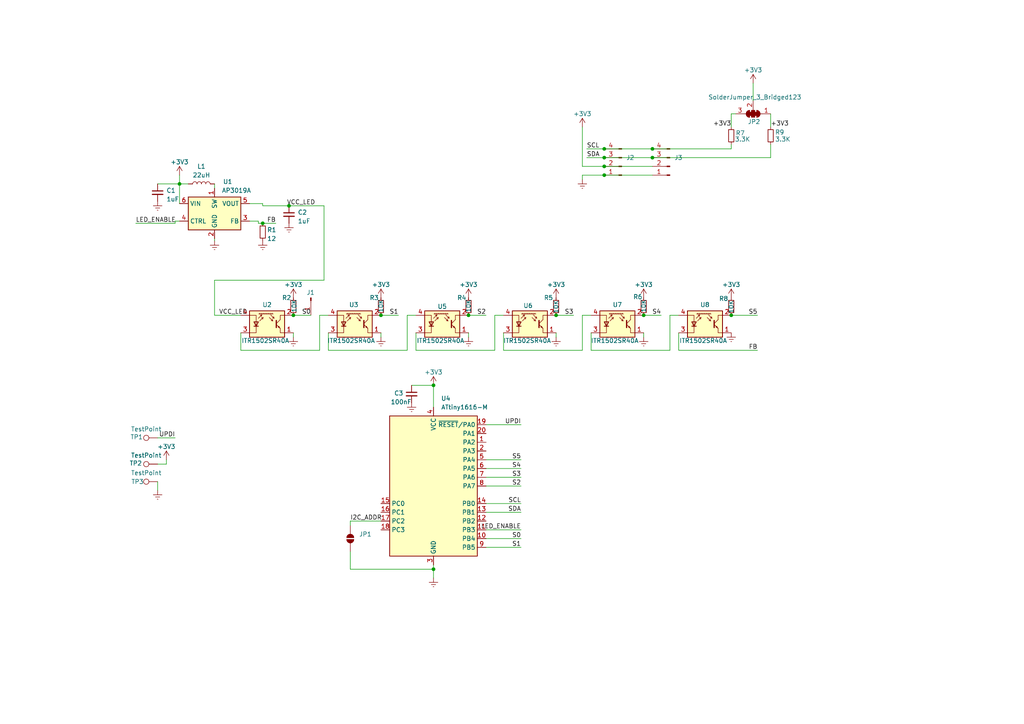
<source format=kicad_sch>
(kicad_sch (version 20231120) (generator "eeschema") (generator_version "8.0")
  (paper "A4")
  (lib_symbols
    (symbol "Connector:Conn_01x01_Pin" (pin_names (offset 1.016) hide)
      (property "Reference" "J" (at 0 2.54 0))
      (property "Value" "Conn_01x01_Pin" (at 0 -2.54 0))
      (symbol "Conn_01x01_Pin_1_1"
        (polyline (pts (xy 1.27 0) (xy 0.8636 0)) (stroke (width 0.1524)))
        (rectangle (start 0.8636 0.127) (end 0 -0.127) (stroke (width 0.1524)) (fill (type outline)))
        (pin passive line (at 5.08 0 180) (length 3.81) (name "Pin_1") (number "1"))
      )
    )
    (symbol "Connector:Conn_01x04_Pin" (pin_names (offset 1.016) hide)
      (property "Reference" "J" (at 0 5.08 0))
      (property "Value" "Conn_01x04_Pin" (at 0 -7.62 0))
      (symbol "Conn_01x04_Pin_1_1"
        (polyline (pts (xy 1.27 -5.08) (xy 0.8636 -5.08)) (stroke (width 0.1524)))
        (polyline (pts (xy 1.27 -2.54) (xy 0.8636 -2.54)) (stroke (width 0.1524)))
        (polyline (pts (xy 1.27 0) (xy 0.8636 0)) (stroke (width 0.1524)))
        (polyline (pts (xy 1.27 2.54) (xy 0.8636 2.54)) (stroke (width 0.1524)))
        (rectangle (start 0.8636 -4.953) (end 0 -5.207) (stroke (width 0.1524)) (fill (type outline)))
        (rectangle (start 0.8636 -2.413) (end 0 -2.667) (stroke (width 0.1524)) (fill (type outline)))
        (rectangle (start 0.8636 0.127) (end 0 -0.127) (stroke (width 0.1524)) (fill (type outline)))
        (rectangle (start 0.8636 2.667) (end 0 2.413) (stroke (width 0.1524)) (fill (type outline)))
        (pin passive line (at 5.08 2.54 180) (length 3.81) (name "Pin_1") (number "1"))
        (pin passive line (at 5.08 0 180) (length 3.81) (name "Pin_2") (number "2"))
        (pin passive line (at 5.08 -2.54 180) (length 3.81) (name "Pin_3") (number "3"))
        (pin passive line (at 5.08 -5.08 180) (length 3.81) (name "Pin_4") (number "4"))
      )
    )
    (symbol "Connector:TestPoint" (pin_numbers hide) (pin_names (offset 0.762) hide)
      (property "Reference" "TP" (at 0 6.858 0))
      (property "Value" "TestPoint" (at 0 5.08 0))
      (symbol "TestPoint_0_1"
        (circle (center 0 3.302) (radius 0.762))
      )
      (symbol "TestPoint_1_1"
        (pin passive line (at 0 0 90) (length 2.54) (name "1") (number "1"))
      )
    )
    (symbol "Device:C_Small" (pin_numbers hide) (pin_names (offset 0.254) hide)
      (property "Reference" "C" (at 0.254 1.778 0))
      (property "Value" "C_Small" (at 0.254 -2.032 0))
      (symbol "C_Small_0_1"
        (polyline (pts (xy -1.524 -0.508) (xy 1.524 -0.508)) (stroke (width 0.3302)))
        (polyline (pts (xy -1.524 0.508) (xy 1.524 0.508)) (stroke (width 0.3048)))
      )
      (symbol "C_Small_1_1"
        (pin passive line (at 0 2.54 270) (length 2.032) (name "~") (number "1"))
        (pin passive line (at 0 -2.54 90) (length 2.032) (name "~") (number "2"))
      )
    )
    (symbol "Device:L" (pin_numbers hide) (pin_names (offset 1.016) hide)
      (property "Reference" "L" (at -1.27 0 90))
      (property "Value" "L" (at 1.905 0 90))
      (symbol "L_0_1"
        (arc (start 0 -2.54) (mid 0.6323 -1.905) (end 0 -1.27))
        (arc (start 0 -1.27) (mid 0.6323 -0.635) (end 0 0))
        (arc (start 0 0) (mid 0.6323 0.635) (end 0 1.27))
        (arc (start 0 1.27) (mid 0.6323 1.905) (end 0 2.54))
      )
      (symbol "L_1_1"
        (pin passive line (at 0 3.81 270) (length 1.27) (name "1") (number "1"))
        (pin passive line (at 0 -3.81 90) (length 1.27) (name "2") (number "2"))
      )
    )
    (symbol "Device:R_Small" (pin_numbers hide) (pin_names (offset 0.254) hide)
      (property "Reference" "R" (at 0.762 0.508 0))
      (property "Value" "R_Small" (at 0.762 -1.016 0))
      (symbol "R_Small_0_1"
        (rectangle (start -0.762 1.778) (end 0.762 -1.778) (stroke (width 0.2032)))
      )
      (symbol "R_Small_1_1"
        (pin passive line (at 0 2.54 270) (length 0.762) (name "~") (number "1"))
        (pin passive line (at 0 -2.54 90) (length 0.762) (name "~") (number "2"))
      )
    )
    (symbol "Jumper:SolderJumper_2_Open" (pin_numbers hide) (pin_names (offset 0) hide) (exclude_from_sim yes) (in_bom no)
      (property "Reference" "JP" (at 0 2.032 0))
      (property "Value" "SolderJumper_2_Open" (at 0 -2.54 0))
      (symbol "SolderJumper_2_Open_0_1"
        (arc (start -0.254 1.016) (mid -1.2656 0) (end -0.254 -1.016))
        (arc (start -0.254 1.016) (mid -1.2656 0) (end -0.254 -1.016) (fill (type outline)))
        (polyline (pts (xy -0.254 1.016) (xy -0.254 -1.016)))
        (polyline (pts (xy 0.254 1.016) (xy 0.254 -1.016)))
        (arc (start 0.254 -1.016) (mid 1.2656 0) (end 0.254 1.016))
        (arc (start 0.254 -1.016) (mid 1.2656 0) (end 0.254 1.016) (fill (type outline)))
      )
      (symbol "SolderJumper_2_Open_1_1"
        (pin passive line (at -3.81 0 0) (length 2.54) (name "A") (number "1"))
        (pin passive line (at 3.81 0 180) (length 2.54) (name "B") (number "2"))
      )
    )
    (symbol "Jumper:SolderJumper_3_Bridged123" (pin_names (offset 0) hide) (exclude_from_sim yes) (in_bom no)
      (property "Reference" "JP" (at -2.54 -2.54 0))
      (property "Value" "SolderJumper_3_Bridged123" (at 0 2.794 0))
      (symbol "SolderJumper_3_Bridged123_0_1"
        (rectangle (start -1.016 0.508) (end -0.508 -0.508) (fill (type outline)))
        (arc (start -1.016 1.016) (mid -2.0276 0) (end -1.016 -1.016))
        (arc (start -1.016 1.016) (mid -2.0276 0) (end -1.016 -1.016) (fill (type outline)))
        (rectangle (start -0.508 1.016) (end 0.508 -1.016) (fill (type outline)))
        (polyline (pts (xy -2.54 0) (xy -2.032 0)))
        (polyline (pts (xy -1.016 1.016) (xy -1.016 -1.016)))
        (polyline (pts (xy 0 -1.27) (xy 0 -1.016)))
        (polyline (pts (xy 1.016 1.016) (xy 1.016 -1.016)))
        (polyline (pts (xy 2.54 0) (xy 2.032 0)))
        (rectangle (start 0.508 0.508) (end 1.016 -0.508) (fill (type outline)))
        (arc (start 1.016 -1.016) (mid 2.0276 0) (end 1.016 1.016))
        (arc (start 1.016 -1.016) (mid 2.0276 0) (end 1.016 1.016) (fill (type outline)))
      )
      (symbol "SolderJumper_3_Bridged123_1_1"
        (pin passive line (at -5.08 0 0) (length 2.54) (name "A") (number "1"))
        (pin passive line (at 0 -3.81 90) (length 2.54) (name "C") (number "2"))
        (pin passive line (at 5.08 0 180) (length 2.54) (name "B") (number "3"))
      )
    )
    (symbol "MCU_Microchip_ATtiny:ATtiny1616-M"
      (property "Reference" "U" (at -12.7 21.59 0))
      (property "Value" "ATtiny1616-M" (at 2.54 -21.59 0))
      (symbol "ATtiny1616-M_0_1"
        (rectangle (start -12.7 -20.32) (end 12.7 20.32) (stroke (width 0.254)) (fill (type background)))
      )
      (symbol "ATtiny1616-M_1_1"
        (pin bidirectional line (at 15.24 12.7 180) (length 2.54) (name "PA2") (number "1"))
        (pin bidirectional line (at 15.24 -15.24 180) (length 2.54) (name "PB4") (number "10"))
        (pin bidirectional line (at 15.24 -12.7 180) (length 2.54) (name "PB3") (number "11"))
        (pin bidirectional line (at 15.24 -10.16 180) (length 2.54) (name "PB2") (number "12"))
        (pin bidirectional line (at 15.24 -7.62 180) (length 2.54) (name "PB1") (number "13"))
        (pin bidirectional line (at 15.24 -5.08 180) (length 2.54) (name "PB0") (number "14"))
        (pin bidirectional line (at -15.24 -5.08 0) (length 2.54) (name "PC0") (number "15"))
        (pin bidirectional line (at -15.24 -7.62 0) (length 2.54) (name "PC1") (number "16"))
        (pin bidirectional line (at -15.24 -10.16 0) (length 2.54) (name "PC2") (number "17"))
        (pin bidirectional line (at -15.24 -12.7 0) (length 2.54) (name "PC3") (number "18"))
        (pin bidirectional line (at 15.24 17.78 180) (length 2.54) (name "~{RESET}/PA0") (number "19"))
        (pin bidirectional line (at 15.24 10.16 180) (length 2.54) (name "PA3") (number "2"))
        (pin bidirectional line (at 15.24 15.24 180) (length 2.54) (name "PA1") (number "20"))
        (pin passive line (at 0 -22.86 90) (length 2.54) hide (name "GND") (number "21"))
        (pin power_in line (at 0 -22.86 90) (length 2.54) (name "GND") (number "3"))
        (pin power_in line (at 0 22.86 270) (length 2.54) (name "VCC") (number "4"))
        (pin bidirectional line (at 15.24 7.62 180) (length 2.54) (name "PA4") (number "5"))
        (pin bidirectional line (at 15.24 5.08 180) (length 2.54) (name "PA5") (number "6"))
        (pin bidirectional line (at 15.24 2.54 180) (length 2.54) (name "PA6") (number "7"))
        (pin bidirectional line (at 15.24 0 180) (length 2.54) (name "PA7") (number "8"))
        (pin bidirectional line (at 15.24 -17.78 180) (length 2.54) (name "PB5") (number "9"))
      )
    )
    (symbol "power:+3.3V" (power) (pin_names (offset 0))
      (property "Value" "+3.3V" (at 0 3.556 0))
      (symbol "+3.3V_0_1"
        (polyline (pts (xy -0.762 1.27) (xy 0 2.54)))
        (polyline (pts (xy 0 0) (xy 0 2.54)))
        (polyline (pts (xy 0 2.54) (xy 0.762 1.27)))
      )
      (symbol "+3.3V_1_1"
        (pin power_in line (at 0 0 90) (length 0) hide (name "+3V3") (number "1"))
      )
    )
    (symbol "power:GNDREF" (power) (pin_names (offset 0))
      (property "Value" "GNDREF" (at 0 -3.81 0))
      (symbol "GNDREF_0_1"
        (polyline (pts (xy -0.635 -1.905) (xy 0.635 -1.905)))
        (polyline (pts (xy -0.127 -2.54) (xy 0.127 -2.54)))
        (polyline (pts (xy 0 -1.27) (xy 0 0)))
        (polyline (pts (xy 1.27 -1.27) (xy -1.27 -1.27)))
      )
      (symbol "GNDREF_1_1"
        (pin power_in line (at 0 0 270) (length 0) hide (name "GNDREF") (number "1"))
      )
    )
    (symbol "shurik-personal:AP3019A"
      (property "Reference" "U" (at -7.62 5.08 0))
      (property "Value" "AP3019A" (at 0 5.715 0))
      (symbol "AP3019A_0_1"
        (rectangle (start -7.62 4.445) (end 7.62 -5.08) (stroke (width 0.254)) (fill (type background)))
      )
      (symbol "AP3019A_1_1"
        (pin passive line (at 0 6.985 270) (length 2.54) (name "SW") (number "1"))
        (pin power_in line (at 0 -7.62 90) (length 2.54) (name "GND") (number "2"))
        (pin input line (at 10.16 -2.54 180) (length 2.54) (name "FB") (number "3"))
        (pin input line (at -10.16 -2.54 0) (length 2.54) (name "CTRL") (number "4"))
        (pin power_out line (at 10.16 2.54 180) (length 2.54) (name "VOUT") (number "5"))
        (pin power_in line (at -10.16 2.54 0) (length 2.54) (name "VIN") (number "6"))
      )
    )
    (symbol "shurik-personal:ITR1502SR40A" (pin_names (offset 0.0254) hide)
      (property "Reference" "U" (at -3.81 5.08 0))
      (property "Value" "ITR1502SR40A" (at 12.7 5.08 0))
      (symbol "ITR1502SR40A_0_1"
        (polyline (pts (xy -3.81 -0.635) (xy -2.54 -0.635)) (stroke (width 0.254)))
        (polyline (pts (xy -2.286 2.921) (xy -2.032 3.175)))
        (polyline (pts (xy -1.778 2.921) (xy -1.524 3.175)))
        (polyline (pts (xy -1.524 2.667) (xy -1.651 2.159)))
        (polyline (pts (xy -1.27 2.921) (xy -1.016 3.175)))
        (polyline (pts (xy -1.143 1.905) (xy -1.27 1.397)))
        (polyline (pts (xy -0.762 2.921) (xy -0.508 3.175)))
        (polyline (pts (xy -0.254 2.921) (xy 0 3.175)))
        (polyline (pts (xy 0.254 2.921) (xy 0.508 3.175)))
        (polyline (pts (xy 0.762 2.921) (xy 1.016 3.175)))
        (polyline (pts (xy 1.27 2.921) (xy 1.524 3.175)))
        (polyline (pts (xy 1.651 0.889) (xy 1.143 1.016)))
        (polyline (pts (xy 1.778 2.921) (xy -2.413 2.921)))
        (polyline (pts (xy 2.032 1.651) (xy 1.524 1.778)))
        (polyline (pts (xy 2.667 -0.127) (xy 3.81 -1.27)))
        (polyline (pts (xy 2.667 0.127) (xy 3.81 1.27)))
        (polyline (pts (xy -2.54 1.651) (xy -1.524 2.667) (xy -2.032 2.54)))
        (polyline (pts (xy -2.159 0.889) (xy -1.143 1.905) (xy -1.651 1.778)))
        (polyline (pts (xy 0.635 1.905) (xy 1.651 0.889) (xy 1.524 1.397)))
        (polyline (pts (xy 1.016 2.667) (xy 2.032 1.651) (xy 1.905 2.159)))
        (polyline (pts (xy 2.667 1.016) (xy 2.667 -1.016) (xy 2.667 -1.016)) (stroke (width 0.3556)))
        (polyline (pts (xy 3.81 -1.27) (xy 3.81 -2.54) (xy 5.08 -2.54)))
        (polyline (pts (xy 3.81 1.27) (xy 3.81 2.54) (xy 5.08 2.54)))
        (polyline (pts (xy -5.08 -2.54) (xy -3.175 -2.54) (xy -3.175 2.54) (xy -5.08 2.54)))
        (polyline (pts (xy -3.175 -0.635) (xy -3.81 0.635) (xy -2.54 0.635) (xy -3.175 -0.635)) (stroke (width 0.254)))
        (polyline (pts (xy 3.683 -1.143) (xy 3.429 -0.635) (xy 3.175 -0.889) (xy 3.683 -1.143)))
        (polyline (pts (xy -5.08 -3.81) (xy 5.08 -3.81) (xy 5.08 3.81) (xy -5.08 3.81) (xy -5.08 -3.81)) (stroke (width 0.254)) (fill (type background)))
      )
      (symbol "ITR1502SR40A_1_1"
        (pin open_emitter line (at 7.62 -2.54 180) (length 2.54) (name "~") (number "1"))
        (pin open_collector line (at 7.62 2.54 180) (length 2.54) (name "~") (number "2"))
        (pin passive line (at -7.62 -2.54 0) (length 2.54) (name "K") (number "3"))
        (pin passive line (at -7.62 2.54 0) (length 2.54) (name "A") (number "4"))
      )
    )
  )
  (junction (at 175.26 48.26))
  (junction (at 110.49 91.44))
  (junction (at 85.09 91.44))
  (junction (at 175.26 43.18))
  (junction (at 125.73 165.1))
  (junction (at 189.23 45.72))
  (junction (at 135.89 91.44))
  (junction (at 189.23 43.18))
  (junction (at 212.09 91.44))
  (junction (at 186.69 91.44))
  (junction (at 125.73 111.76))
  (junction (at 76.2 64.77) (diameter 0.9144))
  (junction (at 52.07 53.34) (diameter 0.9144))
  (junction (at 175.26 45.72))
  (junction (at 83.82 59.69) (diameter 0.9144))
  (junction (at 161.29 91.44))
  (junction (at 175.26 50.8))
  (wire (pts (xy 76.2 59.055) (xy 76.2 59.69)))
  (wire (pts (xy 52.07 59.055) (xy 52.07 53.34)))
  (wire (pts (xy 170.18 43.18) (xy 175.26 43.18)))
  (wire (pts (xy 85.09 91.44) (xy 90.17 91.44)))
  (wire (pts (xy 110.49 151.13) (xy 101.6 151.13)))
  (wire (pts (xy 135.89 91.44) (xy 140.97 91.44)))
  (wire (pts (xy 140.97 135.89) (xy 151.13 135.89)))
  (wire (pts (xy 76.2 59.69) (xy 83.82 59.69)))
  (wire (pts (xy 69.85 96.52) (xy 69.85 101.6)))
  (wire (pts (xy 110.49 96.52) (xy 110.49 97.79)))
  (wire (pts (xy 140.97 156.21) (xy 151.13 156.21)))
  (wire (pts (xy 92.71 91.44) (xy 95.25 91.44)))
  (wire (pts (xy 125.73 165.1) (xy 125.73 167.64)))
  (wire (pts (xy 186.69 91.44) (xy 191.77 91.44)))
  (wire (pts (xy 62.23 53.34) (xy 62.23 54.61)))
  (wire (pts (xy 143.51 91.44) (xy 146.05 91.44)))
  (wire (pts (xy 161.29 96.52) (xy 161.29 97.79)))
  (wire (pts (xy 168.91 101.6) (xy 168.91 91.44)))
  (wire (pts (xy 45.72 134.62) (xy 48.26 134.62)))
  (wire (pts (xy 175.26 50.8) (xy 189.23 50.8)))
  (wire (pts (xy 140.97 133.35) (xy 151.13 133.35)))
  (wire (pts (xy 140.97 148.59) (xy 151.13 148.59)))
  (wire (pts (xy 143.51 101.6) (xy 143.51 91.44)))
  (wire (pts (xy 171.45 96.52) (xy 171.45 101.6)))
  (wire (pts (xy 175.26 50.8) (xy 168.91 50.8)))
  (wire (pts (xy 189.23 43.18) (xy 212.09 43.18)))
  (wire (pts (xy 45.72 127) (xy 50.8 127)))
  (wire (pts (xy 175.26 45.72) (xy 189.23 45.72)))
  (wire (pts (xy 171.45 101.6) (xy 194.31 101.6)))
  (wire (pts (xy 110.49 91.44) (xy 115.57 91.44)))
  (wire (pts (xy 175.26 48.26) (xy 189.23 48.26)))
  (wire (pts (xy 72.39 64.135) (xy 74.93 64.135)))
  (wire (pts (xy 125.73 111.76) (xy 125.73 118.11)))
  (wire (pts (xy 83.82 59.69) (xy 93.98 59.69)))
  (wire (pts (xy 212.09 91.44) (xy 219.71 91.44)))
  (wire (pts (xy 161.29 91.44) (xy 166.37 91.44)))
  (wire (pts (xy 120.65 101.6) (xy 143.51 101.6)))
  (wire (pts (xy 168.91 36.83) (xy 168.91 48.26)))
  (wire (pts (xy 212.09 41.91) (xy 212.09 43.18)))
  (wire (pts (xy 50.8 64.135) (xy 52.07 64.135)))
  (wire (pts (xy 95.25 96.52) (xy 95.25 101.6)))
  (wire (pts (xy 101.6 160.02) (xy 101.6 165.1)))
  (wire (pts (xy 194.31 101.6) (xy 194.31 91.44)))
  (wire (pts (xy 168.91 50.8) (xy 168.91 52.07)))
  (wire (pts (xy 140.97 140.97) (xy 151.13 140.97)))
  (wire (pts (xy 168.91 91.44) (xy 171.45 91.44)))
  (wire (pts (xy 48.26 134.62) (xy 48.26 133.35)))
  (wire (pts (xy 69.85 101.6) (xy 92.71 101.6)))
  (wire (pts (xy 50.8 64.135) (xy 50.8 64.77)))
  (wire (pts (xy 52.07 53.34) (xy 54.61 53.34)))
  (wire (pts (xy 146.05 101.6) (xy 168.91 101.6)))
  (wire (pts (xy 74.93 64.135) (xy 74.93 64.77)))
  (wire (pts (xy 45.72 53.34) (xy 52.07 53.34)))
  (wire (pts (xy 135.89 97.79) (xy 135.89 96.52)))
  (wire (pts (xy 223.52 45.72) (xy 223.52 41.91)))
  (wire (pts (xy 101.6 151.13) (xy 101.6 152.4)))
  (wire (pts (xy 196.85 96.52) (xy 196.85 101.6)))
  (wire (pts (xy 140.97 153.67) (xy 151.13 153.67)))
  (wire (pts (xy 50.8 64.77) (xy 39.37 64.77)))
  (wire (pts (xy 119.38 111.76) (xy 125.73 111.76)))
  (wire (pts (xy 140.97 123.19) (xy 151.13 123.19)))
  (wire (pts (xy 170.18 45.72) (xy 175.26 45.72)))
  (wire (pts (xy 93.98 81.28) (xy 62.23 81.28)))
  (wire (pts (xy 118.11 91.44) (xy 120.65 91.44)))
  (wire (pts (xy 101.6 165.1) (xy 125.73 165.1)))
  (wire (pts (xy 140.97 158.75) (xy 151.13 158.75)))
  (wire (pts (xy 95.25 101.6) (xy 118.11 101.6)))
  (wire (pts (xy 62.23 69.215) (xy 62.23 69.85)))
  (wire (pts (xy 140.97 146.05) (xy 151.13 146.05)))
  (wire (pts (xy 92.71 101.6) (xy 92.71 91.44)))
  (wire (pts (xy 120.65 96.52) (xy 120.65 101.6)))
  (wire (pts (xy 85.09 96.52) (xy 85.09 97.79)))
  (wire (pts (xy 175.26 48.26) (xy 168.91 48.26)))
  (wire (pts (xy 52.07 50.8) (xy 52.07 53.34)))
  (wire (pts (xy 62.23 91.44) (xy 69.85 91.44)))
  (wire (pts (xy 74.93 64.77) (xy 76.2 64.77)))
  (wire (pts (xy 194.31 91.44) (xy 196.85 91.44)))
  (wire (pts (xy 76.2 64.77) (xy 80.01 64.77)))
  (wire (pts (xy 223.52 33.02) (xy 223.52 36.83)))
  (wire (pts (xy 212.09 33.02) (xy 212.09 36.83)))
  (wire (pts (xy 118.11 101.6) (xy 118.11 91.44)))
  (wire (pts (xy 125.73 163.83) (xy 125.73 165.1)))
  (wire (pts (xy 140.97 138.43) (xy 151.13 138.43)))
  (wire (pts (xy 72.39 59.055) (xy 76.2 59.055)))
  (wire (pts (xy 213.36 33.02) (xy 212.09 33.02)))
  (wire (pts (xy 196.85 101.6) (xy 219.71 101.6)))
  (wire (pts (xy 175.26 43.18) (xy 189.23 43.18)))
  (wire (pts (xy 186.69 96.52) (xy 186.69 97.79)))
  (wire (pts (xy 218.44 24.13) (xy 218.44 29.21)))
  (wire (pts (xy 93.98 59.69) (xy 93.98 81.28)))
  (wire (pts (xy 146.05 96.52) (xy 146.05 101.6)))
  (wire (pts (xy 62.23 81.28) (xy 62.23 91.44)))
  (wire (pts (xy 189.23 45.72) (xy 223.52 45.72)))
  (wire (pts (xy 45.72 139.7) (xy 45.72 142.24)))
  (label "S2" (at 140.97 91.44 180))
  (label "LED_ENABLE" (at 39.37 64.77 0))
  (label "S4" (at 191.77 91.44 180))
  (label "S1" (at 115.57 91.44 180))
  (label "S4" (at 151.13 135.89 180))
  (label "SDA" (at 170.18 45.72 0))
  (label "SDA" (at 151.13 148.59 180))
  (label "S0" (at 151.13 156.21 180))
  (label "S5" (at 219.71 91.44 180))
  (label "S5" (at 151.13 133.35 180))
  (label "UPDI" (at 50.8 127 180))
  (label "S3" (at 151.13 138.43 180))
  (label "S0" (at 90.17 91.44 180))
  (label "+3V3" (at 212.09 36.83 180))
  (label "+3V3" (at 223.52 36.83 0))
  (label "SCL" (at 170.18 43.18 0))
  (label "SCL" (at 151.13 146.05 180))
  (label "S3" (at 166.37 91.44 180))
  (label "VCC_LED" (at 63.5 91.44 0))
  (label "LED_ENABLE" (at 151.13 153.67 180))
  (label "FB" (at 80.01 64.77 180))
  (label "S2" (at 151.13 140.97 180))
  (label "S1" (at 151.13 158.75 180))
  (label "FB" (at 219.71 101.6 180))
  (label "UPDI" (at 151.13 123.19 180))
  (label "I2C_ADDR" (at 101.6 151.13 0))
  (label "VCC_LED" (at 91.44 59.69 180))
  (symbol (lib_id "Connector:Conn_01x04_Pin") (at 180.34 48.26 180) (unit 1)
    (property "Reference" "J2" (at 181.61 45.7199 0) (effects (justify right)))
    (property "Value" "Conn_01x04_Pin" (effects (hide yes)))
    (property "Footprint" "Connector_JST:JST_SH_SM04B-SRSS-TB_1x04-1MP_P1.00mm_Horizontal" (effects (hide yes)))
    (property "Description" "Generic connector, single row, 01x04, script generated" (effects (hide yes)))
    (property "LCSC" "C160404" (effects (hide yes)))
  )
  (symbol (lib_id "shurik-personal:ITR1502SR40A") (at 179.07 93.98 0) (unit 1)
    (property "Reference" "U7" (at 179.07 88.392 0))
    (property "Value" "ITR1502SR40A" (at 178.308 98.806 0))
    (property "Footprint" "shurik-personal:Everlight_ITR1502SR40A" (effects (hide yes)))
    (property "Datasheet" "https://www.everlight.com.cn/wp-content/plugins/ItemRelationship/product_files/pdf/ITR1502SR40A-TR8.pdf" (effects (hide yes)))
    (property "Description" "Reflective Optical Sensor (4mm) 4-SMD" (effects (hide yes)))
  )
  (symbol (lib_id "Device:R_Small") (at 186.69 88.9 0) (unit 1)
    (property "Reference" "R6" (at 183.642 86.106 0) (effects (justify left)))
    (property "Value" "10K" (at 186.69 90.678 90) (effects (justify left)))
    (property "Footprint" "Resistor_SMD:R_0603_1608Metric" (effects (hide yes)))
    (property "LCSC" "C25804" (effects (hide yes)))
  )
  (symbol (lib_id "Device:R_Small") (at 223.52 39.37 0) (unit 1)
    (property "Reference" "R9" (at 224.79 38.354 0) (effects (justify left)))
    (property "Value" "3.3K" (at 224.79 40.386 0) (effects (justify left)))
    (property "Footprint" "Resistor_SMD:R_0603_1608Metric" (effects (hide yes)))
  )
  (symbol (lib_id "power:+3.3V") (at 212.09 86.36 0) (unit 1)
    (property "Reference" "#PWR023" (effects (hide yes)))
    (property "Value" "+3V3" (at 212.09 82.55 0))
  )
  (symbol (lib_id "power:+3.3V") (at 85.09 86.36 0) (unit 1)
    (property "Reference" "#PWR08" (effects (hide yes)))
    (property "Value" "+3V3" (at 85.09 82.55 0))
  )
  (symbol (lib_id "power:GNDREF") (at 83.82 64.77 0) (unit 1)
    (property "Reference" "#PWR07" (effects (hide yes)))
    (property "Value" "GNDREF" (effects (hide yes)))
  )
  (symbol (lib_id "power:+3.3V") (at 135.89 86.36 0) (unit 1)
    (property "Reference" "#PWR015" (effects (hide yes)))
    (property "Value" "+3V3" (at 135.89 82.55 0))
  )
  (symbol (lib_id "power:GNDREF") (at 45.72 58.42 0) (unit 1)
    (property "Reference" "#PWR01" (effects (hide yes)))
    (property "Value" "GNDREF" (effects (hide yes)))
  )
  (symbol (lib_id "Jumper:SolderJumper_2_Open") (at 101.6 156.21 90) (unit 1) (exclude_from_sim yes) (in_bom no)
    (property "Reference" "JP1" (at 104.14 154.9399 90) (effects (justify right)))
    (property "Value" "SolderJumper_2_Open" (effects (hide yes)))
    (property "Footprint" "Jumper:SolderJumper-2_P1.3mm_Open_TrianglePad1.0x1.5mm" (effects (hide yes)))
    (property "Description" "Solder Jumper, 2-pole, open" (effects (hide yes)))
  )
  (symbol (lib_id "power:+3.3V") (at 125.73 111.76 0) (unit 1)
    (property "Reference" "#PWR013" (effects (hide yes)))
    (property "Value" "+3V3" (at 125.73 107.95 0))
  )
  (symbol (lib_id "Device:R_Small") (at 212.09 88.9 0) (unit 1)
    (property "Reference" "R8" (at 208.534 86.614 0) (effects (justify left)))
    (property "Value" "10K" (at 212.09 90.932 90) (effects (justify left)))
    (property "Footprint" "Resistor_SMD:R_0603_1608Metric" (effects (hide yes)))
    (property "LCSC" "C25804" (effects (hide yes)))
  )
  (symbol (lib_id "power:+3.3V") (at 218.44 24.13 0) (unit 1)
    (property "Reference" "#PWR025" (effects (hide yes)))
    (property "Value" "+3V3" (at 218.44 20.32 0))
  )
  (symbol (lib_id "power:+3.3V") (at 186.69 86.36 0) (unit 1)
    (property "Reference" "#PWR021" (effects (hide yes)))
    (property "Value" "+3V3" (at 186.69 82.55 0))
  )
  (symbol (lib_id "shurik-personal:ITR1502SR40A") (at 77.47 93.98 0) (unit 1)
    (property "Reference" "U2" (at 77.47 88.392 0))
    (property "Value" "ITR1502SR40A" (at 76.962 98.806 0))
    (property "Footprint" "shurik-personal:Everlight_ITR1502SR40A" (effects (hide yes)))
    (property "Datasheet" "https://www.everlight.com.cn/wp-content/plugins/ItemRelationship/product_files/pdf/ITR1502SR40A-TR8.pdf" (effects (hide yes)))
    (property "Description" "Reflective Optical Sensor (4mm) 4-SMD" (effects (hide yes)))
  )
  (symbol (lib_id "power:GNDREF") (at 125.73 167.64 0) (unit 1)
    (property "Reference" "#PWR014" (effects (hide yes)))
    (property "Value" "GNDREF" (effects (hide yes)))
  )
  (symbol (lib_id "shurik-personal:AP3019A") (at 62.23 61.595 0) (unit 1)
    (property "Reference" "U1" (at 66.04 52.705 0))
    (property "Value" "AP3019A" (at 68.58 55.245 0))
    (property "Footprint" "Package_TO_SOT_SMD:TSOT-23-6" (effects (hide yes)))
    (property "Datasheet" "https://www.diodes.com/assets/Datasheets/AP3019A.pdf" (effects (hide yes)))
    (property "LCSC" "C44956" (effects (hide yes)))
  )
  (symbol (lib_id "power:GNDREF") (at 76.2 69.85 0) (unit 1)
    (property "Reference" "#PWR06" (effects (hide yes)))
    (property "Value" "GNDREF" (effects (hide yes)))
  )
  (symbol (lib_id "power:GNDREF") (at 135.89 97.79 0) (unit 1)
    (property "Reference" "#PWR016" (effects (hide yes)))
    (property "Value" "GNDREF" (effects (hide yes)))
  )
  (symbol (lib_id "shurik-personal:ITR1502SR40A") (at 204.47 93.98 0) (unit 1)
    (property "Reference" "U8" (at 204.47 88.392 0))
    (property "Value" "ITR1502SR40A" (at 203.962 98.806 0))
    (property "Footprint" "shurik-personal:Everlight_ITR1502SR40A" (effects (hide yes)))
    (property "Datasheet" "https://www.everlight.com.cn/wp-content/plugins/ItemRelationship/product_files/pdf/ITR1502SR40A-TR8.pdf" (effects (hide yes)))
    (property "Description" "Reflective Optical Sensor (4mm) 4-SMD" (effects (hide yes)))
  )
  (symbol (lib_id "power:GNDREF") (at 62.23 69.85 0) (unit 1)
    (property "Reference" "#PWR05" (effects (hide yes)))
    (property "Value" "GNDREF" (effects (hide yes)))
  )
  (symbol (lib_id "shurik-personal:ITR1502SR40A") (at 128.27 93.98 0) (unit 1)
    (property "Reference" "U5" (at 128.27 88.9 0))
    (property "Value" "ITR1502SR40A" (at 127.762 98.806 0))
    (property "Footprint" "shurik-personal:Everlight_ITR1502SR40A" (effects (hide yes)))
    (property "Datasheet" "https://www.everlight.com.cn/wp-content/plugins/ItemRelationship/product_files/pdf/ITR1502SR40A-TR8.pdf" (effects (hide yes)))
    (property "Description" "Reflective Optical Sensor (4mm) 4-SMD" (effects (hide yes)))
  )
  (symbol (lib_id "shurik-personal:ITR1502SR40A") (at 153.67 93.98 0) (unit 1)
    (property "Reference" "U6" (at 153.162 88.646 0))
    (property "Value" "ITR1502SR40A" (at 152.908 98.806 0))
    (property "Footprint" "shurik-personal:Everlight_ITR1502SR40A" (effects (hide yes)))
    (property "Datasheet" "https://www.everlight.com.cn/wp-content/plugins/ItemRelationship/product_files/pdf/ITR1502SR40A-TR8.pdf" (effects (hide yes)))
    (property "Description" "Reflective Optical Sensor (4mm) 4-SMD" (effects (hide yes)))
  )
  (symbol (lib_id "power:+3.3V") (at 161.29 86.36 0) (unit 1)
    (property "Reference" "#PWR017" (effects (hide yes)))
    (property "Value" "+3V3" (at 161.29 82.55 0))
  )
  (symbol (lib_id "Device:C_Small") (at 83.82 62.23 0) (unit 1)
    (property "Reference" "C2" (at 86.36 61.5949 0) (effects (justify left)))
    (property "Value" "1uF" (at 86.36 64.1349 0) (effects (justify left)))
    (property "Footprint" "Capacitor_SMD:C_0603_1608Metric" (effects (hide yes)))
    (property "LCSC" "C15849" (effects (hide yes)))
  )
  (symbol (lib_id "Device:R_Small") (at 76.2 67.31 0) (unit 1)
    (property "Reference" "R1" (at 77.47 66.6749 0) (effects (justify left)))
    (property "Value" "12" (at 77.47 69.2149 0) (effects (justify left)))
    (property "Footprint" "Resistor_SMD:R_0603_1608Metric" (effects (hide yes)))
    (property "LCSC" "C245909" (effects (hide yes)))
  )
  (symbol (lib_id "MCU_Microchip_ATtiny:ATtiny1616-M") (at 125.73 140.97 0) (unit 1)
    (property "Reference" "U4" (at 127.9241 115.57 0) (effects (justify left)))
    (property "Value" "ATtiny1616-M" (at 127.9241 118.11 0) (effects (justify left)))
    (property "Footprint" "Package_DFN_QFN:VQFN-20-1EP_3x3mm_P0.4mm_EP1.7x1.7mm" (effects (hide yes)))
    (property "Datasheet" "https://ww1.microchip.com/downloads/aemDocuments/documents/MCU08/ProductDocuments/DataSheets/ATtiny1614-16-17-DataSheet-DS40002204A.pdf" (effects (hide yes)))
    (property "Description" "20MHz, 16kB Flash, 2kB SRAM, 256B EEPROM, VQFN-20" (effects (hide yes)))
  )
  (symbol (lib_id "Device:R_Small") (at 110.49 88.9 0) (unit 1)
    (property "Reference" "R3" (at 107.188 86.36 0) (effects (justify left)))
    (property "Value" "10K" (at 110.49 90.678 90) (effects (justify left)))
    (property "Footprint" "Resistor_SMD:R_0603_1608Metric" (effects (hide yes)))
    (property "LCSC" "C25804" (effects (hide yes)))
  )
  (symbol (lib_id "power:+3.3V") (at 168.91 36.83 0) (unit 1)
    (property "Reference" "#PWR019" (effects (hide yes)))
    (property "Value" "+3V3" (at 168.91 33.02 0))
  )
  (symbol (lib_id "power:GNDREF") (at 212.09 96.52 0) (unit 1)
    (property "Reference" "#PWR024" (effects (hide yes)))
    (property "Value" "GNDREF" (effects (hide yes)))
  )
  (symbol (lib_id "Connector:TestPoint") (at 45.72 127 90) (unit 1)
    (property "Reference" "TP1" (at 39.624 126.746 90))
    (property "Value" "TestPoint" (at 42.418 124.46 90))
    (property "Footprint" "TestPoint:TestPoint_Pad_D1.5mm" (effects (hide yes)))
    (property "Description" "test point" (effects (hide yes)))
  )
  (symbol (lib_id "power:+3.3V") (at 52.07 50.8 0) (unit 1)
    (property "Reference" "#PWR04" (effects (hide yes)))
    (property "Value" "+3V3" (at 52.07 46.99 0))
  )
  (symbol (lib_id "Device:R_Small") (at 85.09 88.9 0) (unit 1)
    (property "Reference" "R2" (at 81.788 86.36 0) (effects (justify left)))
    (property "Value" "10K" (at 85.344 90.678 90) (effects (justify left)))
    (property "Footprint" "Resistor_SMD:R_0603_1608Metric" (effects (hide yes)))
    (property "LCSC" "C25804" (effects (hide yes)))
  )
  (symbol (lib_id "Device:R_Small") (at 161.29 88.9 0) (unit 1)
    (property "Reference" "R5" (at 157.734 86.36 0) (effects (justify left)))
    (property "Value" "10K" (at 161.29 90.932 90) (effects (justify left)))
    (property "Footprint" "Resistor_SMD:R_0603_1608Metric" (effects (hide yes)))
    (property "LCSC" "C25804" (effects (hide yes)))
  )
  (symbol (lib_id "power:GNDREF") (at 161.29 97.79 0) (unit 1)
    (property "Reference" "#PWR018" (effects (hide yes)))
    (property "Value" "GNDREF" (effects (hide yes)))
  )
  (symbol (lib_id "Connector:TestPoint") (at 45.72 134.62 90) (unit 1)
    (property "Reference" "TP2" (at 39.37 134.366 90))
    (property "Value" "TestPoint" (at 42.418 132.08 90))
    (property "Footprint" "TestPoint:TestPoint_Pad_D1.5mm" (effects (hide yes)))
    (property "Description" "test point" (effects (hide yes)))
  )
  (symbol (lib_id "Device:C_Small") (at 45.72 55.88 0) (unit 1)
    (property "Reference" "C1" (at 48.26 55.2449 0) (effects (justify left)))
    (property "Value" "1uF" (at 48.26 57.7849 0) (effects (justify left)))
    (property "Footprint" "Capacitor_SMD:C_0603_1608Metric" (effects (hide yes)))
    (property "LCSC" "C15849" (effects (hide yes)))
  )
  (symbol (lib_id "Device:C_Small") (at 119.38 114.3 0) (unit 1)
    (property "Reference" "C3" (at 114.3 114.046 0) (effects (justify left)))
    (property "Value" "100nF" (at 113.284 116.586 0) (effects (justify left)))
    (property "Footprint" "Capacitor_SMD:C_0603_1608Metric" (effects (hide yes)))
  )
  (symbol (lib_id "power:+3.3V") (at 48.26 133.35 0) (unit 1)
    (property "Reference" "#PWR03" (effects (hide yes)))
    (property "Value" "+3V3" (at 48.26 129.54 0))
  )
  (symbol (lib_id "Device:L") (at 58.42 53.34 90) (unit 1)
    (property "Reference" "L1" (at 58.42 48.26 90))
    (property "Value" "22uH" (at 58.42 50.8 90))
    (property "Footprint" "Inductor_SMD:L_Sunlord_SWPA5020S" (effects (hide yes)))
    (property "LCSC" "C96915" (effects (hide yes)))
  )
  (symbol (lib_id "Connector:Conn_01x04_Pin") (at 194.31 48.26 180) (unit 1)
    (property "Reference" "J3" (at 195.58 45.7199 0) (effects (justify right)))
    (property "Value" "Conn_01x04_Pin" (effects (hide yes)))
    (property "Footprint" "shurik-personal:connector-4p-generic-nosilk" (effects (hide yes)))
    (property "Description" "Generic connector, single row, 01x04, script generated" (effects (hide yes)))
  )
  (symbol (lib_id "Connector:TestPoint") (at 45.72 139.7 90) (unit 1)
    (property "Reference" "TP3" (at 39.878 139.7 90))
    (property "Value" "TestPoint" (at 42.418 137.16 90))
    (property "Footprint" "TestPoint:TestPoint_Pad_D1.5mm" (effects (hide yes)))
    (property "Description" "test point" (effects (hide yes)))
  )
  (symbol (lib_id "power:GNDREF") (at 45.72 142.24 0) (unit 1)
    (property "Reference" "#PWR02" (effects (hide yes)))
    (property "Value" "GNDREF" (effects (hide yes)))
  )
  (symbol (lib_id "power:GNDREF") (at 168.91 52.07 0) (unit 1)
    (property "Reference" "#PWR020" (effects (hide yes)))
    (property "Value" "GNDREF" (effects (hide yes)))
  )
  (symbol (lib_id "Device:R_Small") (at 212.09 39.37 0) (unit 1)
    (property "Reference" "R7" (at 213.36 38.608 0) (effects (justify left)))
    (property "Value" "3.3K" (at 213.106 40.386 0) (effects (justify left)))
    (property "Footprint" "Resistor_SMD:R_0603_1608Metric" (effects (hide yes)))
  )
  (symbol (lib_id "power:GNDREF") (at 186.69 97.79 0) (unit 1)
    (property "Reference" "#PWR022" (effects (hide yes)))
    (property "Value" "GNDREF" (effects (hide yes)))
  )
  (symbol (lib_id "shurik-personal:ITR1502SR40A") (at 102.87 93.98 0) (unit 1)
    (property "Reference" "U3" (at 102.616 88.392 0))
    (property "Value" "ITR1502SR40A" (at 101.854 98.806 0))
    (property "Footprint" "shurik-personal:Everlight_ITR1502SR40A" (effects (hide yes)))
    (property "Datasheet" "https://www.everlight.com.cn/wp-content/plugins/ItemRelationship/product_files/pdf/ITR1502SR40A-TR8.pdf" (effects (hide yes)))
    (property "Description" "Reflective Optical Sensor (4mm) 4-SMD" (effects (hide yes)))
  )
  (symbol (lib_id "power:GNDREF") (at 110.49 97.79 0) (unit 1)
    (property "Reference" "#PWR011" (effects (hide yes)))
    (property "Value" "GNDREF" (effects (hide yes)))
  )
  (symbol (lib_id "Connector:Conn_01x01_Pin") (at 90.17 86.36 270) (unit 1)
    (property "Reference" "J1" (at 88.9 84.836 90) (effects (justify left)))
    (property "Value" "Conn_01x01_Pin" (effects (hide yes)))
    (property "Footprint" "shurik-personal:connector-1p-generic-nosilk" (effects (hide yes)))
    (property "Description" "Generic connector, single row, 01x01, script generated" (effects (hide yes)))
  )
  (symbol (lib_id "power:+3.3V") (at 110.49 86.36 0) (unit 1)
    (property "Reference" "#PWR010" (effects (hide yes)))
    (property "Value" "+3V3" (at 110.49 82.55 0))
  )
  (symbol (lib_id "Device:R_Small") (at 135.89 88.9 0) (unit 1)
    (property "Reference" "R4" (at 132.588 86.36 0) (effects (justify left)))
    (property "Value" "10K" (at 135.89 90.678 90) (effects (justify left)))
    (property "Footprint" "Resistor_SMD:R_0603_1608Metric" (effects (hide yes)))
    (property "LCSC" "C25804" (effects (hide yes)))
  )
  (symbol (lib_id "power:GNDREF") (at 119.38 116.84 0) (unit 1)
    (property "Reference" "#PWR012" (effects (hide yes)))
    (property "Value" "GNDREF" (effects (hide yes)))
  )
  (symbol (lib_id "power:GNDREF") (at 85.09 97.79 0) (unit 1)
    (property "Reference" "#PWR09" (effects (hide yes)))
    (property "Value" "GNDREF" (effects (hide yes)))
  )
  (symbol (lib_id "Jumper:SolderJumper_3_Bridged123") (at 218.44 33.02 180) (unit 1) (exclude_from_sim yes) (in_bom no)
    (property "Reference" "JP2" (at 218.694 35.306 0))
    (property "Value" "SolderJumper_3_Bridged123" (at 218.948 28.194 0))
    (property "Footprint" "shurik-personal:SolderJumper-3_P1.3mm_Bridged123_RoundedPad1.0x1.5mm" (effects (hide yes)))
    (property "Description" "Solder Jumper, 3-pole, pins 1+2+3 closed/bridged" (effects (hide yes)))
  )
)
</source>
